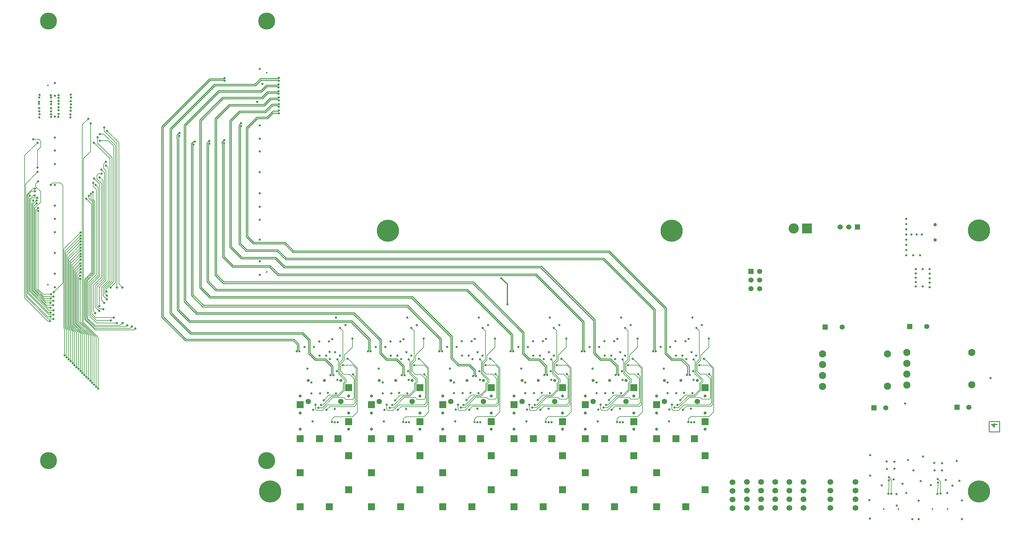
<source format=gbl>
%FSLAX25Y25*%
%MOIN*%
G70*
G01*
G75*
G04 Layer_Physical_Order=4*
G04 Layer_Color=16711680*
%ADD10R,0.09646X0.12598*%
%ADD11R,0.07874X0.10630*%
%ADD12R,0.08858X0.01575*%
%ADD13R,0.01772X0.11024*%
%ADD14R,0.01772X0.18504*%
%ADD15R,0.03543X0.03937*%
%ADD16R,0.03740X0.03937*%
%ADD17R,0.07087X0.04528*%
%ADD18R,0.04724X0.03937*%
%ADD19R,0.01969X0.07874*%
%ADD20R,0.03937X0.03740*%
%ADD21R,0.02362X0.03937*%
%ADD22O,0.04000X0.01200*%
%ADD23R,0.03937X0.03543*%
%ADD24O,0.01181X0.04134*%
%ADD25O,0.04134X0.01181*%
%ADD26R,0.13189X0.13189*%
%ADD27R,0.07874X0.09843*%
%ADD28R,0.01969X0.09055*%
%ADD29R,0.03937X0.02362*%
%ADD30R,0.03937X0.03937*%
%ADD31R,0.03740X0.05512*%
%ADD32R,0.05512X0.03740*%
%ADD33C,0.01200*%
%ADD34C,0.00600*%
%ADD35C,0.01100*%
%ADD36C,0.01000*%
%ADD37C,0.01600*%
%ADD38C,0.10000*%
%ADD39C,0.04000*%
%ADD40C,0.03937*%
%ADD41C,0.01969*%
%ADD42C,0.25590*%
%ADD43R,0.07874X0.07874*%
%ADD44C,0.06299*%
%ADD45C,0.03543*%
%ADD46R,0.05906X0.05906*%
%ADD47C,0.05906*%
%ADD48R,0.11811X0.11811*%
%ADD49C,0.11811*%
%ADD50C,0.06000*%
%ADD51R,0.06000X0.06000*%
%ADD52C,0.08268*%
%ADD53R,0.05906X0.05906*%
%ADD54C,0.06693*%
%ADD55C,0.19685*%
%ADD56C,0.02600*%
%ADD57R,0.96000X0.67300*%
%ADD58C,0.10087*%
%ADD59C,0.09299*%
%ADD60C,0.06937*%
%ADD61C,0.16780*%
%ADD62C,0.08118*%
%ADD63C,0.09299*%
%ADD64C,0.06543*%
%ADD65C,0.06543*%
%ADD66C,0.09693*%
%ADD67C,0.06800*%
%ADD68C,0.08512*%
%ADD69C,0.06150*%
%ADD70C,0.15598*%
%ADD71C,0.04200*%
%ADD72R,0.96000X0.67900*%
D33*
X564300Y253200D02*
Y276600D01*
X557400Y283500D02*
X564300Y276600D01*
X1129848Y114285D02*
X1123850D01*
X1126849Y111286D01*
Y115285D01*
D34*
X615000Y189700D02*
X616600Y188100D01*
X623800Y163900D02*
Y165900D01*
X616600Y173100D02*
X623800Y165900D01*
X621700Y161800D02*
X623800Y163900D01*
X621700Y154400D02*
Y161800D01*
X616600Y173100D02*
Y188100D01*
X615700Y148400D02*
X621700Y154400D01*
X605200Y148400D02*
X615700D01*
X599400Y142600D02*
X605200Y148400D01*
X621500Y189700D02*
Y222700D01*
X617900Y226300D02*
X621500Y222700D01*
X617900Y173900D02*
X625400Y166400D01*
X617900Y186100D02*
X621500Y189700D01*
X617900Y173900D02*
Y186100D01*
X625400Y163500D02*
Y166400D01*
X623922Y162022D02*
X625400Y163500D01*
X623893Y162022D02*
X623922D01*
X623200Y153900D02*
Y161329D01*
X623893Y162022D01*
X616400Y147100D02*
X623200Y153900D01*
X608400Y147100D02*
X616400D01*
X598300Y137000D02*
X608400Y147100D01*
X596200Y137000D02*
X598300D01*
X633000Y172600D02*
X635600Y170000D01*
Y139500D02*
Y170000D01*
X633094Y136994D02*
X635600Y139500D01*
X603906Y136994D02*
X633094D01*
X603850Y137050D02*
X603906Y136994D01*
X597600Y130800D02*
X603850Y137050D01*
X591200Y130800D02*
X597600D01*
X589900Y132100D02*
X591200Y130800D01*
X589900Y132100D02*
Y137300D01*
X621500Y183100D02*
X633100D01*
X636900Y137400D02*
Y179300D01*
X633100Y183100D02*
X636900Y179300D01*
X634700Y135200D02*
X636900Y137400D01*
X606500Y135200D02*
X634700D01*
X602600Y131300D02*
X606500Y135200D01*
X626800Y190300D02*
X627597D01*
X638100Y128900D02*
Y179797D01*
X627597Y190300D02*
X638100Y179797D01*
X632800Y123600D02*
X638100Y128900D01*
X611800Y123600D02*
X632800D01*
X608900Y117400D02*
Y120700D01*
X611800Y123600D01*
X623100Y194400D02*
X632500Y203800D01*
Y213800D01*
X623100Y188800D02*
Y194400D01*
X634400Y145200D02*
Y167500D01*
X629300Y172600D02*
X634400Y167500D01*
X632800Y143600D02*
X634400Y145200D01*
X622800Y145700D02*
X624900Y143600D01*
X632800D01*
X622489Y172600D02*
X629300D01*
X619100Y184800D02*
X623100Y188800D01*
X617000Y145700D02*
X622800D01*
X619100Y175989D02*
X622489Y172600D01*
X619100Y175989D02*
Y184800D01*
X609800Y145700D02*
X617000D01*
X598000Y133900D02*
X609800Y145700D01*
X593000Y133900D02*
X598000D01*
X698300Y188700D02*
X698900Y188100D01*
X697300Y189700D02*
X698900Y188100D01*
X706100Y163900D02*
Y165900D01*
X698900Y173100D02*
X706100Y165900D01*
X704000Y161800D02*
X706100Y163900D01*
X704000Y154400D02*
Y161800D01*
X698900Y173100D02*
Y188100D01*
X698000Y148400D02*
X704000Y154400D01*
X687500Y148400D02*
X698000D01*
X681700Y142600D02*
X687500Y148400D01*
X703800Y189700D02*
Y222700D01*
X700200Y226300D02*
X703800Y222700D01*
X700200Y173900D02*
X707700Y166400D01*
X700200Y186100D02*
X703800Y189700D01*
X700200Y173900D02*
Y186100D01*
X707700Y163500D02*
Y166400D01*
X706222Y162022D02*
X707700Y163500D01*
X706193Y162022D02*
X706222D01*
X705500Y153900D02*
Y161329D01*
X706193Y162022D01*
X698700Y147100D02*
X705500Y153900D01*
X690700Y147100D02*
X698700D01*
X680600Y137000D02*
X690700Y147100D01*
X678500Y137000D02*
X680600D01*
X715300Y172600D02*
X717900Y170000D01*
Y139500D02*
Y170000D01*
X715394Y136994D02*
X717900Y139500D01*
X686206Y136994D02*
X715394D01*
X686150Y137050D02*
X686206Y136994D01*
X679900Y130800D02*
X686150Y137050D01*
X673500Y130800D02*
X679900D01*
X672200Y132100D02*
X673500Y130800D01*
X672200Y132100D02*
Y137300D01*
X703800Y183100D02*
X715400D01*
X719200Y137400D02*
Y179300D01*
X715400Y183100D02*
X719200Y179300D01*
X717000Y135200D02*
X719200Y137400D01*
X688800Y135200D02*
X717000D01*
X684900Y131300D02*
X688800Y135200D01*
X709100Y190300D02*
X709897D01*
X720400Y128900D02*
Y179797D01*
X709897Y190300D02*
X720400Y179797D01*
X715100Y123600D02*
X720400Y128900D01*
X694100Y123600D02*
X715100D01*
X691200Y117400D02*
Y120700D01*
X694100Y123600D01*
X705400Y194400D02*
X714800Y203800D01*
Y213800D01*
X705400Y188800D02*
Y194400D01*
X716700Y145200D02*
Y167500D01*
X711600Y172600D02*
X716700Y167500D01*
X715100Y143600D02*
X716700Y145200D01*
X705100Y145700D02*
X707200Y143600D01*
X715100D01*
X704789Y172600D02*
X711600D01*
X701400Y184800D02*
X705400Y188800D01*
X699300Y145700D02*
X705100D01*
X701400Y175989D02*
X704789Y172600D01*
X701400Y175989D02*
Y184800D01*
X692100Y145700D02*
X699300D01*
X680300Y133900D02*
X692100Y145700D01*
X675300Y133900D02*
X680300D01*
X533700Y188700D02*
X534300Y188100D01*
X532700Y189700D02*
X534300Y188100D01*
Y173100D02*
Y188100D01*
X541500Y163900D02*
Y165900D01*
X534300Y173100D02*
X541500Y165900D01*
X539400Y161800D02*
X541500Y163900D01*
X539400Y154400D02*
Y161800D01*
X533400Y148400D02*
X539400Y154400D01*
X522900Y148400D02*
X533400D01*
X517100Y142600D02*
X522900Y148400D01*
X539200Y189700D02*
Y222700D01*
X535600Y226300D02*
X539200Y222700D01*
X535600Y173900D02*
X543100Y166400D01*
X535600Y186100D02*
X539200Y189700D01*
X535600Y173900D02*
Y186100D01*
X543100Y163500D02*
Y166400D01*
X541622Y162022D02*
X543100Y163500D01*
X541593Y162022D02*
X541622D01*
X540900Y153900D02*
Y161329D01*
X541593Y162022D01*
X534100Y147100D02*
X540900Y153900D01*
X526100Y147100D02*
X534100D01*
X516000Y137000D02*
X526100Y147100D01*
X513900Y137000D02*
X516000D01*
X550700Y172600D02*
X553300Y170000D01*
Y139500D02*
Y170000D01*
X550794Y136994D02*
X553300Y139500D01*
X521606Y136994D02*
X550794D01*
X521550Y137050D02*
X521606Y136994D01*
X515300Y130800D02*
X521550Y137050D01*
X508900Y130800D02*
X515300D01*
X507600Y132100D02*
X508900Y130800D01*
X507600Y132100D02*
Y137300D01*
X539200Y183100D02*
X550800D01*
X554600Y137400D02*
Y179300D01*
X550800Y183100D02*
X554600Y179300D01*
X552400Y135200D02*
X554600Y137400D01*
X524200Y135200D02*
X552400D01*
X520300Y131300D02*
X524200Y135200D01*
X544500Y190300D02*
X545297D01*
X555800Y128900D02*
Y179797D01*
X545297Y190300D02*
X555800Y179797D01*
X550500Y123600D02*
X555800Y128900D01*
X529500Y123600D02*
X550500D01*
X526600Y117400D02*
Y120700D01*
X529500Y123600D01*
X540800Y194400D02*
X550200Y203800D01*
Y213800D01*
X540800Y188800D02*
Y194400D01*
X552100Y145200D02*
Y167500D01*
X547000Y172600D02*
X552100Y167500D01*
X550500Y143600D02*
X552100Y145200D01*
X540500Y145700D02*
X542600Y143600D01*
X550500D01*
X540189Y172600D02*
X547000D01*
X536800Y184800D02*
X540800Y188800D01*
X534700Y145700D02*
X540500D01*
X536800Y175989D02*
X540189Y172600D01*
X536800Y175989D02*
Y184800D01*
X527500Y145700D02*
X534700D01*
X515700Y133900D02*
X527500Y145700D01*
X510700Y133900D02*
X515700D01*
X780600Y188700D02*
X781200Y188100D01*
X779600Y189700D02*
X781200Y188100D01*
X788400Y163900D02*
Y165900D01*
X781200Y173100D02*
X788400Y165900D01*
X786300Y161800D02*
X788400Y163900D01*
X786300Y154400D02*
Y161800D01*
X781200Y173100D02*
Y188100D01*
X780300Y148400D02*
X786300Y154400D01*
X769800Y148400D02*
X780300D01*
X764000Y142600D02*
X769800Y148400D01*
X786100Y189700D02*
Y222700D01*
X782500Y226300D02*
X786100Y222700D01*
X782500Y173900D02*
X790000Y166400D01*
X782500Y186100D02*
X786100Y189700D01*
X782500Y173900D02*
Y186100D01*
X790000Y163500D02*
Y166400D01*
X788522Y162022D02*
X790000Y163500D01*
X788493Y162022D02*
X788522D01*
X787800Y153900D02*
Y161329D01*
X788493Y162022D01*
X781000Y147100D02*
X787800Y153900D01*
X773000Y147100D02*
X781000D01*
X762900Y137000D02*
X773000Y147100D01*
X760800Y137000D02*
X762900D01*
X797600Y172600D02*
X800200Y170000D01*
Y139500D02*
Y170000D01*
X797694Y136994D02*
X800200Y139500D01*
X768506Y136994D02*
X797694D01*
X768450Y137050D02*
X768506Y136994D01*
X762200Y130800D02*
X768450Y137050D01*
X755800Y130800D02*
X762200D01*
X754500Y132100D02*
X755800Y130800D01*
X754500Y132100D02*
Y137300D01*
X786100Y183100D02*
X797700D01*
X801500Y137400D02*
Y179300D01*
X797700Y183100D02*
X801500Y179300D01*
X799300Y135200D02*
X801500Y137400D01*
X771100Y135200D02*
X799300D01*
X767200Y131300D02*
X771100Y135200D01*
X791400Y190300D02*
X792197D01*
X802700Y128900D02*
Y179797D01*
X792197Y190300D02*
X802700Y179797D01*
X797400Y123600D02*
X802700Y128900D01*
X776400Y123600D02*
X797400D01*
X773500Y117400D02*
Y120700D01*
X776400Y123600D01*
X787700Y194400D02*
X797100Y203800D01*
Y213800D01*
X787700Y188800D02*
Y194400D01*
X799000Y145200D02*
Y167500D01*
X793900Y172600D02*
X799000Y167500D01*
X797400Y143600D02*
X799000Y145200D01*
X787400Y145700D02*
X789500Y143600D01*
X797400D01*
X787089Y172600D02*
X793900D01*
X783700Y184800D02*
X787700Y188800D01*
X781600Y145700D02*
X787400D01*
X783700Y175989D02*
X787089Y172600D01*
X783700Y175989D02*
Y184800D01*
X774400Y145700D02*
X781600D01*
X762600Y133900D02*
X774400Y145700D01*
X757600Y133900D02*
X762600D01*
X451300Y188600D02*
X451900Y188000D01*
X450300Y189600D02*
X451900Y188000D01*
Y173000D02*
Y188000D01*
X459100Y163800D02*
Y165800D01*
X451900Y173000D02*
X459100Y165800D01*
X457000Y161700D02*
X459100Y163800D01*
X457000Y154300D02*
Y161700D01*
X451000Y148300D02*
X457000Y154300D01*
X440500Y148300D02*
X451000D01*
X434700Y142500D02*
X440500Y148300D01*
X456800Y189600D02*
Y222600D01*
X453200Y226200D02*
X456800Y222600D01*
X453200Y173800D02*
X460700Y166300D01*
X453200Y186000D02*
X456800Y189600D01*
X453200Y173800D02*
Y186000D01*
X460700Y163400D02*
Y166300D01*
X459222Y161922D02*
X460700Y163400D01*
X459193Y161922D02*
X459222D01*
X458500Y153800D02*
Y161229D01*
X459193Y161922D01*
X451700Y147000D02*
X458500Y153800D01*
X443700Y147000D02*
X451700D01*
X433600Y136900D02*
X443700Y147000D01*
X431500Y136900D02*
X433600D01*
X468300Y172500D02*
X470900Y169900D01*
Y139400D02*
Y169900D01*
X468394Y136894D02*
X470900Y139400D01*
X439206Y136894D02*
X468394D01*
X439150Y136950D02*
X439206Y136894D01*
X432900Y130700D02*
X439150Y136950D01*
X426500Y130700D02*
X432900D01*
X425200Y132000D02*
X426500Y130700D01*
X425200Y132000D02*
Y137200D01*
X456800Y183000D02*
X468400D01*
X472200Y137300D02*
Y179200D01*
X468400Y183000D02*
X472200Y179200D01*
X470000Y135100D02*
X472200Y137300D01*
X441800Y135100D02*
X470000D01*
X437900Y131200D02*
X441800Y135100D01*
X462100Y190200D02*
X462897D01*
X473400Y128800D02*
Y179697D01*
X462897Y190200D02*
X473400Y179697D01*
X468100Y123500D02*
X473400Y128800D01*
X447100Y123500D02*
X468100D01*
X444200Y117300D02*
Y120600D01*
X447100Y123500D01*
X458400Y194300D02*
X467800Y203700D01*
Y213700D01*
X458400Y188700D02*
Y194300D01*
X469700Y145100D02*
Y167400D01*
X464600Y172500D02*
X469700Y167400D01*
X468100Y143500D02*
X469700Y145100D01*
X458100Y145600D02*
X460200Y143500D01*
X468100D01*
X457789Y172500D02*
X464600D01*
X454400Y184700D02*
X458400Y188700D01*
X452300Y145600D02*
X458100D01*
X454400Y175889D02*
X457789Y172500D01*
X454400Y175889D02*
Y184700D01*
X445100Y145600D02*
X452300D01*
X433300Y133800D02*
X445100Y145600D01*
X428300Y133800D02*
X433300D01*
X370900Y226200D02*
X374500Y222600D01*
X368000Y189600D02*
X369600Y188000D01*
Y173000D02*
Y188000D01*
X358200Y148300D02*
X368700D01*
X352400Y142500D02*
X358200Y148300D01*
X361400Y147000D02*
X369400D01*
X351300Y136900D02*
X361400Y147000D01*
X349200Y136900D02*
X351300D01*
X378400Y163400D02*
Y166300D01*
X376922Y161922D02*
X378400Y163400D01*
X376893Y161922D02*
X376922D01*
X370900Y173800D02*
X378400Y166300D01*
X376200Y161229D02*
X376893Y161922D01*
X369400Y147000D02*
X376200Y153800D01*
X369600Y173000D02*
X376800Y165800D01*
Y163800D02*
Y165800D01*
X370900Y173800D02*
Y186000D01*
X374700Y161700D02*
X376800Y163800D01*
X368700Y148300D02*
X374700Y154300D01*
Y161700D01*
X369000Y188600D02*
X369600Y188000D01*
X370900Y186000D02*
X374500Y189600D01*
X372100Y175889D02*
Y184700D01*
Y175889D02*
X375489Y172500D01*
X370000Y145600D02*
X375800D01*
X362800D02*
X370000D01*
X375800D02*
X377900Y143500D01*
X351000Y133800D02*
X362800Y145600D01*
X385800Y143500D02*
X387400Y145100D01*
X377900Y143500D02*
X385800D01*
X387400Y145100D02*
Y167400D01*
X375489Y172500D02*
X382300D01*
X376200Y153800D02*
Y161229D01*
X346000Y133800D02*
X351000D01*
X372100Y184700D02*
X376100Y188700D01*
X382300Y172500D02*
X387400Y167400D01*
X386000Y172500D02*
X388600Y169900D01*
Y139400D02*
Y169900D01*
X386094Y136894D02*
X388600Y139400D01*
X389900Y137300D02*
Y179200D01*
X391100Y128800D02*
Y179697D01*
X387700Y135100D02*
X389900Y137300D01*
X386100Y183000D02*
X389900Y179200D01*
X385800Y123500D02*
X391100Y128800D01*
X380597Y190200D02*
X391100Y179697D01*
X344200Y130700D02*
X350600D01*
X342900Y132000D02*
X344200Y130700D01*
X342900Y132000D02*
Y137200D01*
X350600Y130700D02*
X356850Y136950D01*
X356906Y136894D02*
X386094D01*
X356850Y136950D02*
X356906Y136894D01*
X359500Y135100D02*
X387700D01*
X374500Y183000D02*
X386100D01*
X379800Y190200D02*
X380597D01*
X364800Y123500D02*
X385800D01*
X361900Y120600D02*
X364800Y123500D01*
X361900Y117300D02*
Y120600D01*
X355600Y131200D02*
X359500Y135100D01*
X374500Y189600D02*
Y222600D01*
X376100Y188700D02*
Y194300D01*
X385500Y203700D01*
Y213700D01*
X1005000Y53300D02*
X1007700Y50600D01*
Y34200D02*
Y50600D01*
X1004450Y34200D02*
Y40050D01*
X1005100Y40700D01*
Y50000D01*
X1005000Y50100D02*
X1005100Y50000D01*
X1064634Y34566D02*
Y48466D01*
X1061600Y51500D02*
X1064634Y48466D01*
X1061050Y34482D02*
Y39950D01*
X1061700Y40600D02*
Y47300D01*
X1061050Y39950D02*
X1061700Y40600D01*
X98900Y453600D02*
Y458100D01*
X98100Y415500D02*
X100700Y418100D01*
X98100Y410700D02*
Y415500D01*
Y410700D02*
X100900Y407900D01*
X100800Y413800D02*
X103300Y411300D01*
X95700Y258000D02*
X98700Y255000D01*
X97900Y262900D02*
X101800Y259000D01*
X103300Y280300D02*
Y411300D01*
X88600Y250300D02*
X93200Y245700D01*
X97700Y247900D02*
X97800Y247800D01*
X92300Y404200D02*
X95900D01*
X90500Y402400D02*
X92300Y404200D01*
X86300Y245300D02*
X88500Y243100D01*
X90500Y250989D02*
X93589Y247900D01*
X95500D02*
X97700D01*
X93589D02*
X95500D01*
X100900Y280900D02*
Y407900D01*
X90500Y400700D02*
Y402400D01*
Y398100D02*
Y400700D01*
X86100Y389700D02*
Y393800D01*
X115700Y277000D02*
X119900Y272800D01*
X91200Y439700D02*
Y446500D01*
X105500Y280100D02*
Y421600D01*
X102200Y453700D02*
X115700Y440200D01*
Y277000D02*
Y440200D01*
X111700Y423100D02*
Y424100D01*
X98900Y453600D02*
X113500Y439000D01*
Y272800D02*
Y439000D01*
X111700Y278300D02*
Y424100D01*
X106100Y272700D02*
X111700Y278300D01*
X87100Y440000D02*
X91300Y435800D01*
X105500Y421600D01*
X91200Y439700D02*
X91850Y439050D01*
X97900Y272500D02*
X105500Y280100D01*
X97900Y262900D02*
Y272500D01*
X95700Y258000D02*
Y272700D01*
X103300Y280300D01*
X93200Y251400D02*
Y273200D01*
X100900Y280900D01*
X90500Y250989D02*
Y273400D01*
X88600Y250300D02*
Y274400D01*
X86300Y245300D02*
Y275200D01*
X95600Y408900D02*
X99100Y405400D01*
X93500Y400100D02*
X97300Y396300D01*
X88600Y274400D02*
X97300Y283100D01*
X90500Y273400D02*
X99100Y282000D01*
Y405400D01*
X97300Y283100D02*
Y396300D01*
X90500Y398100D02*
X95700Y392900D01*
X86300Y275200D02*
X95700Y284600D01*
X87000Y398800D02*
X93600Y392200D01*
X84600Y276900D02*
X93600Y285900D01*
X95700Y284600D02*
Y392900D01*
X93600Y285900D02*
Y392200D01*
X88800Y391400D02*
X91700Y388500D01*
X82900Y277900D02*
X91700Y286700D01*
Y388500D01*
X81100Y279000D02*
X89900Y287800D01*
Y385900D01*
X86100Y389700D02*
X89900Y385900D01*
X81263Y375834D02*
Y378663D01*
X83526Y375269D02*
Y380925D01*
X85788Y374703D02*
Y383188D01*
X76000Y282091D02*
X84100Y290191D01*
X128500Y225500D02*
X130700Y227700D01*
X123700Y227200D02*
X125600Y229100D01*
X117400Y228900D02*
X120200Y231700D01*
X85788Y374703D02*
X87700Y372791D01*
X79600Y280600D02*
X87700Y288700D01*
X83526Y375269D02*
X86500Y372294D01*
X78400Y281097D02*
X86500Y289197D01*
X81263Y375834D02*
X85300Y371797D01*
X77200Y281594D02*
X85300Y289694D01*
X87700Y288700D02*
Y372791D01*
X86500Y289197D02*
Y372294D01*
X85300Y289694D02*
Y371797D01*
X84100Y290191D02*
Y369500D01*
X78100Y375500D02*
X84100Y369500D01*
X78200Y375800D02*
X78300Y375700D01*
X133300Y223700D02*
X134800Y225200D01*
X89900Y234600D02*
X106600D01*
X88800Y238000D02*
X109800D01*
X90000Y231700D02*
X113600D01*
X88200Y228900D02*
X117400D01*
X88203Y227200D02*
X123700D01*
X88206Y225500D02*
X128500D01*
X88309Y223700D02*
X133300D01*
X91700Y155900D02*
Y215500D01*
X84600Y242200D02*
X88800Y238000D01*
X84600Y242200D02*
Y276900D01*
X82900Y241600D02*
X89900Y234600D01*
X82900Y241600D02*
Y277900D01*
X81100Y240600D02*
Y279000D01*
Y240600D02*
X90000Y231700D01*
X79600Y237500D02*
X88200Y228900D01*
X79600Y237500D02*
Y280600D01*
X78400Y237003D02*
X88203Y227200D01*
X78400Y237003D02*
Y281097D01*
X77200Y236506D02*
X88206Y225500D01*
X77200Y236506D02*
Y281594D01*
X76000Y236009D02*
Y282091D01*
Y236009D02*
X88309Y223700D01*
X74800Y232400D02*
Y421600D01*
X83200Y430000D02*
Y462500D01*
X74800Y232400D02*
X91700Y215500D01*
X74800Y421600D02*
X83200Y430000D01*
X89437Y158163D02*
Y216066D01*
X73600Y461000D02*
X80400Y467800D01*
X73600Y231903D02*
X89437Y216066D01*
X73600Y231903D02*
Y461000D01*
X87174Y160425D02*
Y216631D01*
X71200Y232606D02*
Y282600D01*
Y232606D02*
X87174Y216631D01*
X84912Y162688D02*
Y217188D01*
X69000Y233100D02*
Y284500D01*
X71000Y286500D01*
X69000Y233100D02*
X84912Y217188D01*
X82649Y164951D02*
Y217151D01*
X67800Y232000D02*
X82649Y217151D01*
X80386Y167214D02*
Y217717D01*
X66600Y231503D02*
Y289300D01*
X71300Y294000D01*
X66600Y231503D02*
X80386Y217717D01*
X67800Y232000D02*
Y286900D01*
X71300Y290400D01*
X78124Y169476D02*
Y218282D01*
X65400Y231006D02*
Y291700D01*
X71300Y297600D01*
X65400Y231006D02*
X78124Y218282D01*
X75861Y171739D02*
Y218848D01*
X64200Y230509D02*
Y293800D01*
X71200Y300800D01*
X64200Y230509D02*
X75861Y218848D01*
X73598Y174002D02*
Y219414D01*
X63000Y296700D02*
X71400Y305100D01*
X63000Y230012D02*
X73598Y219414D01*
X63000Y230012D02*
Y296700D01*
X64547Y183053D02*
Y221676D01*
X61800Y229515D02*
X71335Y219979D01*
X69073Y178527D02*
Y220545D01*
X60600Y229018D02*
X69073Y220545D01*
X66810Y180790D02*
Y221111D01*
X59400Y228521D02*
X66810Y221111D01*
X58200Y228024D02*
X64547Y221676D01*
X61800Y229515D02*
Y299000D01*
X71400Y308600D01*
X60600Y229018D02*
Y301000D01*
X71400Y311800D01*
X59400Y228521D02*
Y303300D01*
X71400Y315300D01*
X58200Y228024D02*
Y305600D01*
X71400Y318800D01*
X71335Y176265D02*
Y219979D01*
X62284Y185316D02*
Y222242D01*
X55800Y227029D02*
X60022Y222808D01*
X54600Y226533D02*
X57759Y223374D01*
X53400Y226035D02*
X55496Y223939D01*
X52200Y225538D02*
X53233Y224505D01*
X57759Y189841D02*
Y223374D01*
X55496Y192104D02*
Y223939D01*
X53233Y194367D02*
Y224505D01*
X60022Y187578D02*
Y222808D01*
X57000Y227526D02*
X62284Y222242D01*
X57000Y227526D02*
Y307800D01*
X71400Y322200D01*
X55800Y227029D02*
Y303400D01*
Y304800D01*
Y303400D02*
Y310300D01*
X71400Y325900D01*
X54600Y226533D02*
Y301000D01*
Y304800D01*
Y301000D02*
Y312400D01*
X71400Y329200D01*
X53400Y226035D02*
Y299300D01*
Y304800D01*
Y299300D02*
Y314700D01*
X71400Y332700D01*
X52200Y225538D02*
Y304100D01*
Y304800D01*
Y304100D02*
Y317300D01*
X71400Y336500D01*
X40500Y267400D02*
X51000Y277900D01*
Y390900D01*
X48200Y393700D02*
X51000Y390900D01*
X22300Y270800D02*
Y361200D01*
X28000Y265100D02*
X37300D01*
X22300Y270800D02*
X28000Y265100D01*
X28903Y262500D02*
X40000D01*
X20100Y362400D02*
X22300Y364600D01*
X29606Y260100D02*
X37100D01*
X30709Y257300D02*
X40000D01*
X25300Y371300D02*
Y383600D01*
X18900Y364900D02*
X25300Y371300D01*
X17700Y366900D02*
X20800Y370000D01*
X17700Y270309D02*
Y366900D01*
X18700Y269309D02*
X30709Y257300D01*
X17700Y270309D02*
X18700Y269309D01*
X31312Y255000D02*
X36800D01*
X16500Y369100D02*
X20700Y373300D01*
X16500Y269812D02*
X31312Y255000D01*
X16500Y269812D02*
Y369100D01*
X18900Y270806D02*
Y364900D01*
Y270806D02*
X29606Y260100D01*
X20100Y359500D02*
Y362400D01*
Y271303D02*
X28903Y262500D01*
X20100Y271303D02*
Y359500D01*
X32215Y252400D02*
X39800D01*
X15300Y269315D02*
X32215Y252400D01*
X33718Y249200D02*
X36700D01*
X14100Y268818D02*
X33718Y249200D01*
X14100Y268818D02*
Y368300D01*
X15300Y269315D02*
Y369800D01*
X16800Y371300D02*
Y373400D01*
X15300Y369800D02*
X16800Y371300D01*
X14100Y368300D02*
Y374700D01*
X15900Y376500D01*
X21400D01*
X34921Y246300D02*
X40200D01*
X12900Y375197D02*
X16603Y378900D01*
X18600D01*
X12900Y268321D02*
X34921Y246300D01*
X12900Y268321D02*
Y375197D01*
X34400Y243700D02*
X36900D01*
X11700Y377700D02*
X12900Y378900D01*
X11700Y266400D02*
X34400Y243700D01*
X11700Y266400D02*
Y377700D01*
X35003Y241400D02*
X40200D01*
X10500Y379611D02*
X14789Y383900D01*
X18700D01*
X10500Y265903D02*
X35003Y241400D01*
X10500Y265903D02*
Y379611D01*
X33400Y239000D02*
X36800D01*
X9300Y380108D02*
X16292Y387100D01*
X18689D01*
X9300Y263100D02*
X33400Y239000D01*
X9300Y263100D02*
Y380108D01*
X19800Y389100D02*
X25300Y383600D01*
X19800Y389100D02*
Y392600D01*
X22600Y395400D01*
X39500Y393700D02*
X48200D01*
X37200Y391400D02*
X39500Y393700D01*
X34203Y236500D02*
X40100D01*
X8100Y262603D02*
Y392500D01*
X21900Y406300D01*
X8100Y262603D02*
X34203Y236500D01*
X33600Y234000D02*
X36100D01*
X6900Y425200D02*
X21800Y440100D01*
X6900Y260700D02*
X33600Y234000D01*
X6900Y260700D02*
Y425200D01*
X21900Y411400D02*
Y431400D01*
X16800Y444000D02*
X23300D01*
X21900Y431400D02*
X25500Y435000D01*
Y441800D01*
X23300Y444000D02*
X25500Y441800D01*
X616000Y188700D02*
X616600Y188100D01*
X93700Y450100D02*
X98600D01*
X111700Y437000D01*
Y424100D02*
Y437000D01*
X93900Y442500D02*
X103500D01*
X109700Y436300D01*
Y279600D02*
Y436300D01*
X101575Y271475D02*
X109700Y279600D01*
X101575Y268175D02*
Y271475D01*
X99375Y271674D02*
X107800Y280100D01*
X99375Y265926D02*
Y271674D01*
Y265926D02*
X101900Y263400D01*
X107800Y280100D02*
Y423100D01*
X91850Y439050D02*
X107800Y423100D01*
D35*
X286800Y469700D02*
X293659Y476559D01*
X275096Y469700D02*
X286800D01*
X262800Y457404D02*
X275096Y469700D01*
X262800Y331296D02*
X270796Y323300D01*
X306996D01*
X316896Y313400D01*
X681300D01*
X275800Y468000D02*
X287504D01*
X264500Y456700D02*
X275800Y468000D01*
X271500Y325000D02*
X307700D01*
X317600Y315100D01*
X682004D01*
X293659Y476559D02*
X299750D01*
X300500Y477309D01*
X300311Y474298D02*
X300500Y474109D01*
X293802Y474298D02*
X300311D01*
X287504Y468000D02*
X293802Y474298D01*
X262800Y331296D02*
Y457404D01*
X264500Y332000D02*
Y456700D01*
X255600Y474900D02*
X285204D01*
X254896Y476600D02*
X284500D01*
X245600Y464900D02*
X255600Y474900D01*
X243900Y465604D02*
X254896Y476600D01*
X243800Y482600D02*
X283700D01*
X243096Y484300D02*
X282996D01*
X228600Y467400D02*
X243800Y482600D01*
X226900Y468104D02*
X243096Y484300D01*
X236200Y491000D02*
X281500D01*
X258896Y492700D02*
X280796D01*
X287096Y499000D01*
X297100D02*
X297147Y499047D01*
X287096Y499000D02*
X297100D01*
X297147Y499047D02*
X299450D01*
X281500Y491000D02*
X287800Y497300D01*
X299497D02*
X300200Y496597D01*
X287800Y497300D02*
X299497D01*
X264500Y332000D02*
X271500Y325000D01*
X256000Y323800D02*
Y458600D01*
X254300Y323096D02*
Y460365D01*
X256000Y323800D02*
X263300Y316500D01*
X254300Y323096D02*
X262596Y314800D01*
X254300Y460365D02*
X256535Y462600D01*
X245600Y320000D02*
Y464900D01*
X243900Y319296D02*
Y465604D01*
X263300Y316500D02*
X299200D01*
X262596Y314800D02*
X298496D01*
X245600Y320000D02*
X257900Y307700D01*
X243900Y319296D02*
X257196Y306000D01*
X237200Y308600D02*
Y439800D01*
X235500Y307896D02*
Y438035D01*
X228600Y287800D02*
Y467400D01*
X226900Y287096D02*
Y468104D01*
X257900Y307700D02*
X296900D01*
X257196Y306000D02*
X296196D01*
X237200Y308600D02*
X247700Y298100D01*
X235500Y307896D02*
X246996Y296400D01*
X228600Y287800D02*
X237200Y279200D01*
X226900Y287096D02*
X236496Y277500D01*
X733418Y199850D02*
Y246782D01*
X732668Y199100D02*
X733418Y199850D01*
X256000Y458700D02*
X256750Y459450D01*
X256535Y462600D02*
X256800D01*
X298496Y314800D02*
X308296Y305000D01*
X299200Y316500D02*
X309000Y306700D01*
X284500Y476600D02*
X292598Y484698D01*
X296196Y306000D02*
X306496Y295700D01*
X296900Y307700D02*
X307200Y297400D01*
X292598Y484698D02*
X300393D01*
X300500Y484805D01*
X298842Y482998D02*
X300235Y481605D01*
X300500D01*
X293302Y482998D02*
X298842D01*
X285204Y474900D02*
X293302Y482998D01*
X246996Y296400D02*
X289896D01*
X299596Y286700D01*
X247700Y298100D02*
X290600D01*
X300300Y288400D01*
X234750Y440815D02*
X237035Y443100D01*
X237300D01*
X234750Y438785D02*
Y440815D01*
Y438785D02*
X235500Y438035D01*
X290296Y491600D02*
X300040D01*
X282996Y484300D02*
X290296Y491600D01*
X291000Y489900D02*
X299336D01*
X283700Y482600D02*
X291000Y489900D01*
X300089Y491551D02*
X300300D01*
X300040Y491600D02*
X300089Y491551D01*
X299385Y489851D02*
X300300D01*
X299336Y489900D02*
X299385Y489851D01*
X236496Y277500D02*
X524500D01*
X237200Y279200D02*
X525204D01*
X219200Y280200D02*
Y438100D01*
X217500Y439865D02*
X219735Y442100D01*
X217500Y279496D02*
Y439865D01*
X219200Y438100D02*
X220000Y438900D01*
X217500Y279496D02*
X227896Y269100D01*
X219200Y280200D02*
X228600Y270800D01*
X518104D01*
X570518Y218386D01*
Y199850D02*
Y218386D01*
Y199850D02*
X571268Y199100D01*
X227896Y269100D02*
X517400D01*
X568068Y199100D02*
X568818Y199850D01*
Y217682D01*
X517400Y269100D02*
X568818Y217682D01*
X219735Y442100D02*
X220100D01*
X209000Y272300D02*
X220700Y260600D01*
X453900D01*
X210700Y273004D02*
X221404Y262300D01*
X454604D01*
X500700Y216204D01*
X210700Y273004D02*
Y429900D01*
X209000Y272300D02*
Y466204D01*
X210700Y429900D02*
Y465500D01*
X236200Y491000D01*
X209000Y466204D02*
X235496Y492700D01*
X258896D01*
X260300Y498600D02*
X280404D01*
X231400D02*
X260300D01*
X192700Y257200D02*
Y459900D01*
X231400Y498600D01*
X230696Y500300D02*
X279700D01*
X191000Y460604D02*
X230696Y500300D01*
X519982Y182400D02*
X525682Y176700D01*
Y171150D02*
Y176700D01*
X524932Y170400D02*
X525682Y171150D01*
X191000Y256496D02*
Y460604D01*
X185035Y451200D02*
X185900D01*
X182850Y449015D02*
X185035Y451200D01*
X182850Y444350D02*
Y449015D01*
Y444350D02*
X183100Y444100D01*
X184800Y447500D02*
X185300Y448000D01*
X184800Y247500D02*
Y447500D01*
X299450Y499047D02*
X300200Y499797D01*
X258896Y492700D02*
X263500D01*
X210700Y429900D02*
Y430800D01*
X201200Y437400D02*
X201800Y438000D01*
X201200Y432200D02*
Y437400D01*
Y432200D02*
Y434000D01*
Y264300D02*
Y432200D01*
X201635Y441300D02*
X203600D01*
X199350Y439015D02*
X201635Y441300D01*
X199350Y434854D02*
Y439015D01*
Y434854D02*
X199500Y434704D01*
X485768Y199100D02*
X486518Y199850D01*
Y212600D01*
X448618Y250500D02*
X486518Y212600D01*
X212596Y250500D02*
X448618D01*
X199500Y263596D02*
X212596Y250500D01*
X199500Y263596D02*
Y434704D01*
X299450Y504900D02*
X300200Y504150D01*
X286704Y504900D02*
X299450D01*
X280404Y498600D02*
X286704Y504900D01*
X213300Y252200D02*
X449322D01*
X201200Y264300D02*
X213300Y252200D01*
X192700Y257200D02*
X206100Y243800D01*
X183100Y246796D02*
Y444100D01*
X176400Y455600D02*
X226800Y506000D01*
X174700Y456304D02*
X226096Y507700D01*
X226800Y506000D02*
X273404D01*
X176400Y243500D02*
Y455600D01*
X226096Y507700D02*
X272700D01*
X174700Y242796D02*
Y456304D01*
X166800Y457900D02*
X221239Y512339D01*
X165100Y458604D02*
X220535Y514039D01*
X166800Y299400D02*
Y457900D01*
X221239Y512339D02*
X237150D01*
X165100Y238496D02*
Y458604D01*
X220535Y514039D02*
X237150D01*
X197900Y234400D02*
X384622D01*
X191000Y256496D02*
X205396Y242100D01*
X184800Y247500D02*
X197900Y234400D01*
X183100Y246796D02*
X197196Y232700D01*
X383918D01*
X199100Y220800D02*
X328004D01*
X198396Y219100D02*
X327300D01*
X176400Y243500D02*
X199100Y220800D01*
X174700Y242796D02*
X198396Y219100D01*
X193100Y212900D02*
X256200D01*
X192396Y211200D02*
X317400D01*
X256200Y212900D02*
X318104D01*
X166800Y239200D02*
X193100Y212900D01*
X165100Y238496D02*
X192396Y211200D01*
X166800Y239200D02*
Y299400D01*
X299550Y512500D02*
X300300Y511750D01*
X237150Y512339D02*
X237900Y511589D01*
X682004Y315100D02*
X748100Y249004D01*
Y197100D02*
Y249004D01*
X681300Y313400D02*
X746400Y248300D01*
Y196396D02*
Y248300D01*
X735118Y199850D02*
Y247486D01*
X383918Y232700D02*
X404118Y212500D01*
Y199750D02*
Y212500D01*
X403368Y199000D02*
X404118Y199750D01*
X436082Y188600D02*
X443282Y181400D01*
Y172207D02*
Y181400D01*
X442532Y171457D02*
X443282Y172207D01*
X665800Y197100D02*
Y235204D01*
X664100Y196396D02*
Y234500D01*
X651118Y199850D02*
Y232782D01*
X652818Y199850D02*
Y233486D01*
X525204Y279200D02*
X583500Y220904D01*
X524500Y277500D02*
X581800Y220200D01*
Y196396D02*
Y220200D01*
X583500Y197100D02*
Y220904D01*
X279700Y500300D02*
X286000Y506600D01*
X299450D02*
X300200Y507350D01*
X286000Y506600D02*
X299450D01*
X328004Y220800D02*
X336500Y212304D01*
Y197000D02*
Y212304D01*
Y197000D02*
X343200Y190300D01*
X354486D01*
X362682Y182104D01*
Y172207D02*
Y182104D01*
Y172207D02*
X363432Y171457D01*
X300300Y511750D02*
Y512500D01*
X299550Y514200D02*
X300300Y514950D01*
X237150Y514039D02*
X237900Y514789D01*
X453900Y260600D02*
X499000Y215500D01*
X449322Y252200D02*
X488218Y213304D01*
Y199850D02*
Y213304D01*
X499000Y190896D02*
Y215500D01*
X500700Y191600D02*
Y216204D01*
X387304Y243800D02*
X418800Y212304D01*
X386600Y242100D02*
X417100Y211600D01*
X384622Y234400D02*
X405818Y213204D01*
X418800Y197000D02*
Y212304D01*
X405818Y199750D02*
Y213204D01*
X327300Y219100D02*
X334800Y211600D01*
X321818Y199750D02*
Y206782D01*
X318104Y212900D02*
X323518Y207486D01*
Y199750D02*
Y207486D01*
X317400Y211200D02*
X321818Y206782D01*
X323518Y199750D02*
X324268Y199000D01*
X321068D02*
X321818Y199750D01*
X499000Y190896D02*
X507496Y182400D01*
X519982D01*
X500700Y191600D02*
X508200Y184100D01*
X520686D01*
X527382Y171150D02*
Y177404D01*
X520686Y184100D02*
X527382Y177404D01*
Y171150D02*
X528132Y170400D01*
X609682Y172307D02*
X610432Y171557D01*
X609682Y172307D02*
Y182204D01*
X590200Y190400D02*
X601486D01*
X609682Y182204D01*
X583500Y197100D02*
X590200Y190400D01*
X607232Y171557D02*
X607982Y172307D01*
X600782Y188700D02*
X607982Y181500D01*
Y172307D02*
Y181500D01*
X581800Y196396D02*
X589496Y188700D01*
X600782D01*
X652818Y199850D02*
X653568Y199100D01*
X650368D02*
X651118Y199850D01*
X691982Y172307D02*
X692732Y171557D01*
X691982Y172307D02*
Y182204D01*
X672500Y190400D02*
X683786D01*
X691982Y182204D01*
X665800Y197100D02*
X672500Y190400D01*
X689532Y171557D02*
X690282Y172307D01*
X683082Y188700D02*
X690282Y181500D01*
Y172307D02*
Y181500D01*
X664100Y196396D02*
X671796Y188700D01*
X683082D01*
X488218Y199850D02*
X488968Y199100D01*
X735118Y199850D02*
X735868Y199100D01*
X774282Y172307D02*
X775032Y171557D01*
X774282Y172307D02*
Y182204D01*
X754800Y190400D02*
X766086D01*
X774282Y182204D01*
X748100Y197100D02*
X754800Y190400D01*
X771832Y171557D02*
X772582Y172307D01*
X765382Y188700D02*
X772582Y181500D01*
Y172307D02*
Y181500D01*
X746400Y196396D02*
X754096Y188700D01*
X765382D01*
X405818Y199750D02*
X406568Y199000D01*
X444982Y172207D02*
X445732Y171457D01*
X444982Y172207D02*
Y182104D01*
X425500Y190300D02*
X436786D01*
X444982Y182104D01*
X418800Y197000D02*
X425500Y190300D01*
X417100Y196296D02*
X424796Y188600D01*
X436082D01*
X417100Y196296D02*
Y211600D01*
X321068Y199000D02*
X321818Y199750D01*
X334800Y196296D02*
X342496Y188600D01*
X353782D01*
X334800Y196296D02*
Y211600D01*
X353782Y188600D02*
X360982Y181400D01*
Y172207D02*
Y181400D01*
X360232Y171457D02*
X360982Y172207D01*
X206100Y243800D02*
X387304D01*
X205396Y242100D02*
X386600D01*
X675904Y306700D02*
X735118Y247486D01*
X675200Y305000D02*
X733418Y246782D01*
X309000Y306700D02*
X675904D01*
X308296Y305000D02*
X675200D01*
X603604Y297400D02*
X665800Y235204D01*
X602900Y295700D02*
X664100Y234500D01*
X307200Y297400D02*
X603604D01*
X306496Y295700D02*
X602900D01*
X597904Y288400D02*
X652818Y233486D01*
X597200Y286700D02*
X651118Y232782D01*
X300300Y288400D02*
X597904D01*
X299596Y286700D02*
X597200D01*
X279200Y514200D02*
X299550D01*
X279904Y512500D02*
X299550D01*
X272700Y507700D02*
X279200Y514200D01*
X273404Y506000D02*
X279904Y512500D01*
D36*
X1120793Y106168D02*
X1132604D01*
X1120793Y106168D02*
X1132604D01*
X1120793Y106168D02*
Y117979D01*
X1132604D01*
Y106168D02*
Y117979D01*
X1120793Y106168D02*
X1132604D01*
D40*
X1058500Y327800D02*
D03*
Y345516D02*
D03*
D41*
X33740Y276181D02*
D03*
Y506496D02*
D03*
X286535Y520866D02*
D03*
Y290551D02*
D03*
X1055539Y16664D02*
D03*
X1072861D02*
D03*
X998939D02*
D03*
X1016261D02*
D03*
D42*
X426273Y338466D02*
D03*
X290300Y36900D02*
D03*
X754200Y338400D02*
D03*
X1108982Y338663D02*
D03*
Y36876D02*
D03*
D43*
X381202Y157085D02*
D03*
Y117715D02*
D03*
Y78345D02*
D03*
Y38975D02*
D03*
X358879Y19290D02*
D03*
X325100D02*
D03*
Y58660D02*
D03*
X368722Y98030D02*
D03*
X347462D02*
D03*
X325100D02*
D03*
Y137400D02*
D03*
X792802Y157185D02*
D03*
Y117815D02*
D03*
Y78445D02*
D03*
Y39075D02*
D03*
X770479Y19390D02*
D03*
X736700D02*
D03*
Y58760D02*
D03*
X780322Y98130D02*
D03*
X759062D02*
D03*
X736700D02*
D03*
Y137500D02*
D03*
X710502Y157185D02*
D03*
Y117815D02*
D03*
Y78445D02*
D03*
Y39075D02*
D03*
X688179Y19390D02*
D03*
X654400D02*
D03*
Y58760D02*
D03*
X698022Y98130D02*
D03*
X676762D02*
D03*
X654400D02*
D03*
Y137500D02*
D03*
X628202Y157185D02*
D03*
Y117815D02*
D03*
Y78445D02*
D03*
Y39075D02*
D03*
X605879Y19390D02*
D03*
X572100D02*
D03*
Y58760D02*
D03*
X615722Y98130D02*
D03*
X594462D02*
D03*
X572100D02*
D03*
Y137500D02*
D03*
X545902Y157185D02*
D03*
Y117815D02*
D03*
Y78445D02*
D03*
Y39075D02*
D03*
X523580Y19390D02*
D03*
X489800D02*
D03*
Y58760D02*
D03*
X533422Y98130D02*
D03*
X512162D02*
D03*
X489800D02*
D03*
Y137500D02*
D03*
X463502Y157085D02*
D03*
Y117715D02*
D03*
Y78345D02*
D03*
Y38975D02*
D03*
X441180Y19290D02*
D03*
X407400D02*
D03*
Y58660D02*
D03*
X451022Y98030D02*
D03*
X429762D02*
D03*
X407400D02*
D03*
Y137400D02*
D03*
D44*
X372069Y140943D02*
D03*
X334273D02*
D03*
X783669Y141043D02*
D03*
X745873D02*
D03*
X701369D02*
D03*
X663573D02*
D03*
X619068D02*
D03*
X581273D02*
D03*
X536768D02*
D03*
X498973D02*
D03*
X454368Y140943D02*
D03*
X416573D02*
D03*
D45*
X325100Y147242D02*
D03*
X334273Y165353D02*
D03*
X353171D02*
D03*
X372069D02*
D03*
X381202Y147242D02*
D03*
Y127558D02*
D03*
Y109054D02*
D03*
X325100Y127558D02*
D03*
Y109054D02*
D03*
X736700Y147343D02*
D03*
X745873Y165453D02*
D03*
X764771D02*
D03*
X783669D02*
D03*
X792802Y147343D02*
D03*
Y127657D02*
D03*
Y109153D02*
D03*
X736700Y127657D02*
D03*
Y109153D02*
D03*
X654400Y147343D02*
D03*
X663573Y165453D02*
D03*
X682471D02*
D03*
X701369D02*
D03*
X710502Y147343D02*
D03*
Y127657D02*
D03*
Y109153D02*
D03*
X654400Y127657D02*
D03*
Y109153D02*
D03*
X572100Y147343D02*
D03*
X581273Y165453D02*
D03*
X600171D02*
D03*
X619068D02*
D03*
X628202Y147343D02*
D03*
Y127657D02*
D03*
Y109153D02*
D03*
X572100Y127657D02*
D03*
Y109153D02*
D03*
X489800Y147343D02*
D03*
X498973Y165453D02*
D03*
X517871D02*
D03*
X536768D02*
D03*
X545902Y147343D02*
D03*
Y127657D02*
D03*
Y109153D02*
D03*
X489800Y127657D02*
D03*
Y109153D02*
D03*
X407400Y147242D02*
D03*
X416573Y165353D02*
D03*
X435471D02*
D03*
X454368D02*
D03*
X463502Y147242D02*
D03*
Y127558D02*
D03*
Y109054D02*
D03*
X407400Y127558D02*
D03*
Y109054D02*
D03*
D46*
X845800Y291500D02*
D03*
D47*
X855800D02*
D03*
X845800Y281500D02*
D03*
X855800D02*
D03*
X845800Y271500D02*
D03*
X855800D02*
D03*
X1097390Y134300D02*
D03*
X951143Y226900D02*
D03*
X1001490Y133700D02*
D03*
X1048643Y227600D02*
D03*
D48*
X910600Y341000D02*
D03*
D49*
X895009D02*
D03*
D50*
X948700Y342700D02*
D03*
X958700D02*
D03*
D51*
X968700D02*
D03*
D52*
X1100920Y197679D02*
D03*
Y160199D02*
D03*
X1025880Y160120D02*
D03*
Y172640D02*
D03*
Y185160D02*
D03*
Y197679D02*
D03*
X1003520Y196080D02*
D03*
Y158599D02*
D03*
X928480Y158520D02*
D03*
Y171040D02*
D03*
Y183560D02*
D03*
Y196080D02*
D03*
D53*
X1083610Y134300D02*
D03*
X931458Y226900D02*
D03*
X987710Y133700D02*
D03*
X1028957Y227600D02*
D03*
D54*
X966500Y18000D02*
D03*
Y28000D02*
D03*
Y48000D02*
D03*
Y38000D02*
D03*
X937600Y18100D02*
D03*
Y28100D02*
D03*
Y48100D02*
D03*
Y38100D02*
D03*
X906300Y18000D02*
D03*
Y28000D02*
D03*
Y48000D02*
D03*
Y38000D02*
D03*
X889999Y18000D02*
D03*
Y28000D02*
D03*
Y48000D02*
D03*
Y38000D02*
D03*
X873697Y18000D02*
D03*
Y28000D02*
D03*
Y48000D02*
D03*
Y38000D02*
D03*
X857396Y18000D02*
D03*
Y28000D02*
D03*
Y48000D02*
D03*
Y38000D02*
D03*
X841095Y18000D02*
D03*
Y28000D02*
D03*
Y48000D02*
D03*
Y38000D02*
D03*
X824400Y17606D02*
D03*
Y27606D02*
D03*
Y47606D02*
D03*
Y37606D02*
D03*
D55*
X286417Y72835D02*
D03*
Y580709D02*
D03*
X34449Y72835D02*
D03*
Y580709D02*
D03*
D56*
X41800Y273000D02*
D03*
X41900Y288700D02*
D03*
X41700Y312600D02*
D03*
X41800Y336800D02*
D03*
X41700Y351900D02*
D03*
X41900Y367400D02*
D03*
X41700Y391500D02*
D03*
Y415400D02*
D03*
X41800Y430900D02*
D03*
X41900Y446000D02*
D03*
X41700Y470400D02*
D03*
Y494300D02*
D03*
Y508900D02*
D03*
X60300Y492500D02*
D03*
X60200Y495600D02*
D03*
X46200Y494900D02*
D03*
Y492000D02*
D03*
X46100Y485000D02*
D03*
X46200Y488200D02*
D03*
X60200Y488100D02*
D03*
X60300Y484500D02*
D03*
X60200Y480600D02*
D03*
X60000Y476900D02*
D03*
X59900Y472700D02*
D03*
X59700Y469300D02*
D03*
X45800Y470000D02*
D03*
X46000Y473500D02*
D03*
Y477600D02*
D03*
Y481000D02*
D03*
X23900Y469400D02*
D03*
X37500Y469900D02*
D03*
X37400Y473100D02*
D03*
X24000Y472900D02*
D03*
X23900Y476400D02*
D03*
X37400D02*
D03*
X37300Y480000D02*
D03*
X23900D02*
D03*
X23500Y485000D02*
D03*
X23600Y487500D02*
D03*
X37300Y484800D02*
D03*
Y487600D02*
D03*
Y492400D02*
D03*
X37200Y495100D02*
D03*
X23900Y492400D02*
D03*
X24100Y495300D02*
D03*
X1023900Y138700D02*
D03*
X1122600Y167900D02*
D03*
X256800Y459400D02*
D03*
Y462600D02*
D03*
X300400Y489101D02*
D03*
X300500Y484805D02*
D03*
Y481605D02*
D03*
X237200Y439800D02*
D03*
X237300Y443100D02*
D03*
X220000Y438900D02*
D03*
X220100Y442100D02*
D03*
X185900Y451200D02*
D03*
X185300Y448000D02*
D03*
X300200Y496597D02*
D03*
X203600Y441300D02*
D03*
X201800Y438000D02*
D03*
X300500Y477309D02*
D03*
Y474109D02*
D03*
X300400Y492301D02*
D03*
X300200Y499797D02*
D03*
Y507350D02*
D03*
Y504150D02*
D03*
X300300Y514950D02*
D03*
Y511750D02*
D03*
X237900Y514789D02*
D03*
Y511589D02*
D03*
X528132Y170400D02*
D03*
X524932D02*
D03*
X618000Y194100D02*
D03*
X612500Y198100D02*
D03*
X614400Y176100D02*
D03*
X588000Y204100D02*
D03*
X577000D02*
D03*
X580500Y179100D02*
D03*
X605500Y210600D02*
D03*
X594000D02*
D03*
X609200Y213200D02*
D03*
X571268Y199100D02*
D03*
X568068D02*
D03*
X587000Y131600D02*
D03*
X586500Y118100D02*
D03*
X615000Y189700D02*
D03*
X599400Y142600D02*
D03*
X612100Y117100D02*
D03*
X615500D02*
D03*
X612000Y132600D02*
D03*
X615000Y166100D02*
D03*
X613500Y150600D02*
D03*
X610432Y171557D02*
D03*
X607232D02*
D03*
X604000Y151100D02*
D03*
X595000Y150600D02*
D03*
X585000Y163100D02*
D03*
Y150600D02*
D03*
X594500Y194100D02*
D03*
X602000D02*
D03*
X606500Y190100D02*
D03*
X618200Y226100D02*
D03*
X596200Y137000D02*
D03*
X613600Y238000D02*
D03*
X633000Y172600D02*
D03*
X589900Y137300D02*
D03*
X621500Y183100D02*
D03*
X602600Y131300D02*
D03*
X626800Y190300D02*
D03*
X608900Y117400D02*
D03*
X624400Y229300D02*
D03*
X632500Y213800D02*
D03*
X593000Y133900D02*
D03*
X700300Y194100D02*
D03*
X694800Y198100D02*
D03*
X696700Y176100D02*
D03*
X670300Y204100D02*
D03*
X659300D02*
D03*
X662800Y179100D02*
D03*
X687800Y210600D02*
D03*
X676300D02*
D03*
X691500Y213200D02*
D03*
X653568Y199100D02*
D03*
X650368D02*
D03*
X669300Y131600D02*
D03*
X668800Y118100D02*
D03*
X697300Y189700D02*
D03*
X681700Y142600D02*
D03*
X694400Y117100D02*
D03*
X697800D02*
D03*
X694300Y132600D02*
D03*
X697300Y166100D02*
D03*
X695800Y150600D02*
D03*
X692732Y171557D02*
D03*
X689532D02*
D03*
X686300Y151100D02*
D03*
X677300Y150600D02*
D03*
X667300Y163100D02*
D03*
Y150600D02*
D03*
X676800Y194100D02*
D03*
X684300D02*
D03*
X688800Y190100D02*
D03*
X678500Y137000D02*
D03*
X695900Y238000D02*
D03*
X715300Y172600D02*
D03*
X672200Y137300D02*
D03*
X703800Y183100D02*
D03*
X684900Y131300D02*
D03*
X709100Y190300D02*
D03*
X691200Y117400D02*
D03*
X714800Y213800D02*
D03*
X675300Y133900D02*
D03*
X535700Y194100D02*
D03*
X530200Y198100D02*
D03*
X532100Y176100D02*
D03*
X505700Y204100D02*
D03*
X494700D02*
D03*
X498200Y179100D02*
D03*
X523200Y210600D02*
D03*
X511700D02*
D03*
X526900Y213200D02*
D03*
X488968Y199100D02*
D03*
X485768D02*
D03*
X504700Y131600D02*
D03*
X504200Y118100D02*
D03*
X532700Y189700D02*
D03*
X517100Y142600D02*
D03*
X529800Y117100D02*
D03*
X529700Y132600D02*
D03*
X533200Y117100D02*
D03*
X532700Y166100D02*
D03*
X531200Y150600D02*
D03*
X521700Y151100D02*
D03*
X512700Y150600D02*
D03*
X502700Y163100D02*
D03*
Y150600D02*
D03*
X512200Y194100D02*
D03*
X519700D02*
D03*
X524200Y190100D02*
D03*
X535900Y226100D02*
D03*
X513900Y137000D02*
D03*
X531300Y238000D02*
D03*
X550700Y172600D02*
D03*
X507600Y137300D02*
D03*
X539200Y183100D02*
D03*
X520300Y131300D02*
D03*
X544500Y190300D02*
D03*
X526600Y117400D02*
D03*
X542100Y229300D02*
D03*
X550200Y213800D02*
D03*
X510700Y133900D02*
D03*
X782600Y194100D02*
D03*
X777100Y198100D02*
D03*
X779000Y176100D02*
D03*
X752600Y204100D02*
D03*
X741600D02*
D03*
X745100Y179100D02*
D03*
X770100Y210600D02*
D03*
X758600D02*
D03*
X773800Y213200D02*
D03*
X735868Y199100D02*
D03*
X732668D02*
D03*
X751600Y131600D02*
D03*
X751100Y118100D02*
D03*
X779600Y189700D02*
D03*
X764000Y142600D02*
D03*
X776700Y117100D02*
D03*
X780100D02*
D03*
X776600Y132600D02*
D03*
X779600Y166100D02*
D03*
X778100Y150600D02*
D03*
X775032Y171557D02*
D03*
X771832D02*
D03*
X768600Y151100D02*
D03*
X759600Y150600D02*
D03*
X749600Y163100D02*
D03*
Y150600D02*
D03*
X759100Y194100D02*
D03*
X766600D02*
D03*
X771100Y190100D02*
D03*
X782800Y226100D02*
D03*
X760800Y137000D02*
D03*
X778200Y238000D02*
D03*
X797600Y172600D02*
D03*
X754500Y137300D02*
D03*
X786100Y183100D02*
D03*
X767200Y131300D02*
D03*
X791400Y190300D02*
D03*
X773500Y117400D02*
D03*
X789000Y229300D02*
D03*
X797100Y213800D02*
D03*
X757600Y133900D02*
D03*
X453300Y194000D02*
D03*
X447800Y198000D02*
D03*
X449700Y176000D02*
D03*
X423300Y204000D02*
D03*
X412300D02*
D03*
X415800Y179000D02*
D03*
X440800Y210500D02*
D03*
X429300D02*
D03*
X444500Y213100D02*
D03*
X406568Y199000D02*
D03*
X403368D02*
D03*
X422300Y131500D02*
D03*
X421800Y118000D02*
D03*
X450300Y189600D02*
D03*
X434700Y142500D02*
D03*
X447400Y117000D02*
D03*
X450800D02*
D03*
X447300Y132500D02*
D03*
X450300Y166000D02*
D03*
X448800Y150500D02*
D03*
X445732Y171457D02*
D03*
X442532D02*
D03*
X439300Y151000D02*
D03*
X430300Y150500D02*
D03*
X420300Y163000D02*
D03*
Y150500D02*
D03*
X429800Y194000D02*
D03*
X437300D02*
D03*
X441800Y190000D02*
D03*
X453500Y226000D02*
D03*
X431500Y136900D02*
D03*
X448900Y237900D02*
D03*
X468300Y172500D02*
D03*
X425200Y137200D02*
D03*
X456800Y183000D02*
D03*
X437900Y131200D02*
D03*
X462100Y190200D02*
D03*
X444200Y117300D02*
D03*
X459700Y229200D02*
D03*
X467800Y213700D02*
D03*
X428300Y133800D02*
D03*
X371000Y194000D02*
D03*
X368000Y189600D02*
D03*
X362200Y213100D02*
D03*
X358500Y210500D02*
D03*
X347000D02*
D03*
X386000Y172500D02*
D03*
X361900Y117300D02*
D03*
X365100Y117000D02*
D03*
X367400Y176000D02*
D03*
X371200Y226000D02*
D03*
X363432Y171457D02*
D03*
X377400Y229200D02*
D03*
X385500Y213700D02*
D03*
X324268Y199000D02*
D03*
X321068D02*
D03*
X379800Y190200D02*
D03*
X374500Y183000D02*
D03*
X342900Y137200D02*
D03*
X346000Y133800D02*
D03*
X349200Y136900D02*
D03*
X352400Y142500D02*
D03*
X355600Y131200D02*
D03*
X365000Y132500D02*
D03*
X368500Y117000D02*
D03*
X340000Y131500D02*
D03*
X339500Y118000D02*
D03*
X348000Y150500D02*
D03*
X338000D02*
D03*
Y163000D02*
D03*
X368000Y166000D02*
D03*
X366500Y150500D02*
D03*
X357000Y151000D02*
D03*
X333500Y179000D02*
D03*
X341000Y204000D02*
D03*
X330000D02*
D03*
X359000Y198500D02*
D03*
X359500Y190000D02*
D03*
X355000Y194000D02*
D03*
X347500D02*
D03*
X365500Y198000D02*
D03*
X360232Y171457D02*
D03*
X1010600Y51000D02*
D03*
X1020800Y45900D02*
D03*
X1004450Y34200D02*
D03*
X1007700D02*
D03*
X1005000Y53300D02*
D03*
Y50100D02*
D03*
X983300Y55400D02*
D03*
X1044000Y294000D02*
D03*
X1052000D02*
D03*
Y288750D02*
D03*
Y283500D02*
D03*
Y278250D02*
D03*
Y273000D02*
D03*
X1044000Y274000D02*
D03*
X1036000D02*
D03*
Y279000D02*
D03*
Y284000D02*
D03*
Y289000D02*
D03*
Y294000D02*
D03*
X1025000Y352000D02*
D03*
Y346000D02*
D03*
Y340000D02*
D03*
Y334000D02*
D03*
Y328000D02*
D03*
Y322000D02*
D03*
Y316000D02*
D03*
Y310000D02*
D03*
X1033000D02*
D03*
X1041000D02*
D03*
X1031000Y334000D02*
D03*
X1037000D02*
D03*
X1043000D02*
D03*
X1027100Y73500D02*
D03*
X1033400Y61400D02*
D03*
X1002600Y71800D02*
D03*
X1011400Y71500D02*
D03*
X1011300Y63200D02*
D03*
X1002800Y63100D02*
D03*
X996900Y44100D02*
D03*
X1013800Y33900D02*
D03*
X1014000Y20600D02*
D03*
X1025100Y35400D02*
D03*
X1032100Y5000D02*
D03*
X983100Y5600D02*
D03*
X982600Y27000D02*
D03*
X1039400Y26200D02*
D03*
X1039600Y5100D02*
D03*
X1089500Y5000D02*
D03*
Y26600D02*
D03*
X1072600Y35500D02*
D03*
X1061050Y34482D02*
D03*
X1064634Y34566D02*
D03*
X1053300Y44200D02*
D03*
X1083400Y72500D02*
D03*
X1086500Y49200D02*
D03*
X1057800Y61400D02*
D03*
X1066300Y61500D02*
D03*
X1066400Y69800D02*
D03*
X1057600Y70100D02*
D03*
X983600Y79100D02*
D03*
X1061700Y47300D02*
D03*
X1061600Y51500D02*
D03*
X1070700Y50200D02*
D03*
X1078600Y43700D02*
D03*
X1041900Y49000D02*
D03*
X1044600Y77400D02*
D03*
X366600Y237900D02*
D03*
X700500Y226100D02*
D03*
X706700Y229300D02*
D03*
X119900Y272800D02*
D03*
X113500D02*
D03*
X102200Y453700D02*
D03*
X98900Y457700D02*
D03*
X106100Y272700D02*
D03*
X93700Y450100D02*
D03*
X93900Y442500D02*
D03*
X101575Y268175D02*
D03*
X101900Y263400D02*
D03*
X91200Y446500D02*
D03*
X37300Y265100D02*
D03*
X37100Y260100D02*
D03*
X40000Y262500D02*
D03*
Y257300D02*
D03*
X40500Y267400D02*
D03*
X101800Y259000D02*
D03*
X86900Y440000D02*
D03*
X36800Y255000D02*
D03*
X39800Y252400D02*
D03*
X98700Y255000D02*
D03*
X100800Y413800D02*
D03*
X100700Y418100D02*
D03*
X36700Y249200D02*
D03*
X40200Y246300D02*
D03*
X93200Y251400D02*
D03*
Y245700D02*
D03*
X88500Y243100D02*
D03*
X95600Y408900D02*
D03*
X95900Y404200D02*
D03*
X93500Y400100D02*
D03*
X36900Y243700D02*
D03*
X113600Y231700D02*
D03*
X36100Y234000D02*
D03*
X87000Y398800D02*
D03*
X88800Y391400D02*
D03*
X86100Y393800D02*
D03*
X120200Y231700D02*
D03*
X125600Y229100D02*
D03*
X130700Y227700D02*
D03*
X40200Y241400D02*
D03*
X36800Y239000D02*
D03*
X40100Y236500D02*
D03*
X134800Y225200D02*
D03*
X81263Y378663D02*
D03*
X83526Y380925D02*
D03*
X85788Y383188D02*
D03*
X78100Y375500D02*
D03*
X97800Y247800D02*
D03*
X109800Y238000D02*
D03*
X106600Y234600D02*
D03*
X91700Y155900D02*
D03*
X89437Y158163D02*
D03*
X87174Y160425D02*
D03*
X84912Y162688D02*
D03*
X82649Y164951D02*
D03*
X80386Y167214D02*
D03*
X78124Y169476D02*
D03*
X75861Y171739D02*
D03*
X73598Y174002D02*
D03*
X71335Y176265D02*
D03*
X69073Y178527D02*
D03*
X66810Y180790D02*
D03*
X64547Y183053D02*
D03*
X62284Y185316D02*
D03*
X60022Y187578D02*
D03*
X57759Y189841D02*
D03*
X55496Y192104D02*
D03*
X53233Y194367D02*
D03*
X83200Y462500D02*
D03*
X80400Y467800D02*
D03*
X71200Y282600D02*
D03*
X71000Y286500D02*
D03*
X71300Y290400D02*
D03*
Y294000D02*
D03*
Y297600D02*
D03*
X71200Y300800D02*
D03*
X71400Y305100D02*
D03*
Y308600D02*
D03*
Y311800D02*
D03*
Y315300D02*
D03*
Y318800D02*
D03*
Y322200D02*
D03*
Y325900D02*
D03*
Y329200D02*
D03*
Y332700D02*
D03*
Y336500D02*
D03*
X22300Y361200D02*
D03*
Y364600D02*
D03*
X22600Y395400D02*
D03*
X20800Y370000D02*
D03*
X20700Y373300D02*
D03*
X16800Y373400D02*
D03*
X21400Y376500D02*
D03*
X18600Y378900D02*
D03*
X12900D02*
D03*
X18700Y383900D02*
D03*
X18689Y387100D02*
D03*
X37200Y391300D02*
D03*
X21900Y406300D02*
D03*
X21800Y440100D02*
D03*
X16800Y444000D02*
D03*
X21900Y411400D02*
D03*
X564300Y253200D02*
D03*
X557400Y283500D02*
D03*
X278500Y287500D02*
D03*
X278543Y303000D02*
D03*
X278500Y327900D02*
D03*
X278600Y525300D02*
D03*
X281500Y508000D02*
D03*
X275400Y487400D02*
D03*
X278543Y460000D02*
D03*
Y444700D02*
D03*
Y430000D02*
D03*
Y406100D02*
D03*
Y381700D02*
D03*
Y366100D02*
D03*
Y351100D02*
D03*
M02*

</source>
